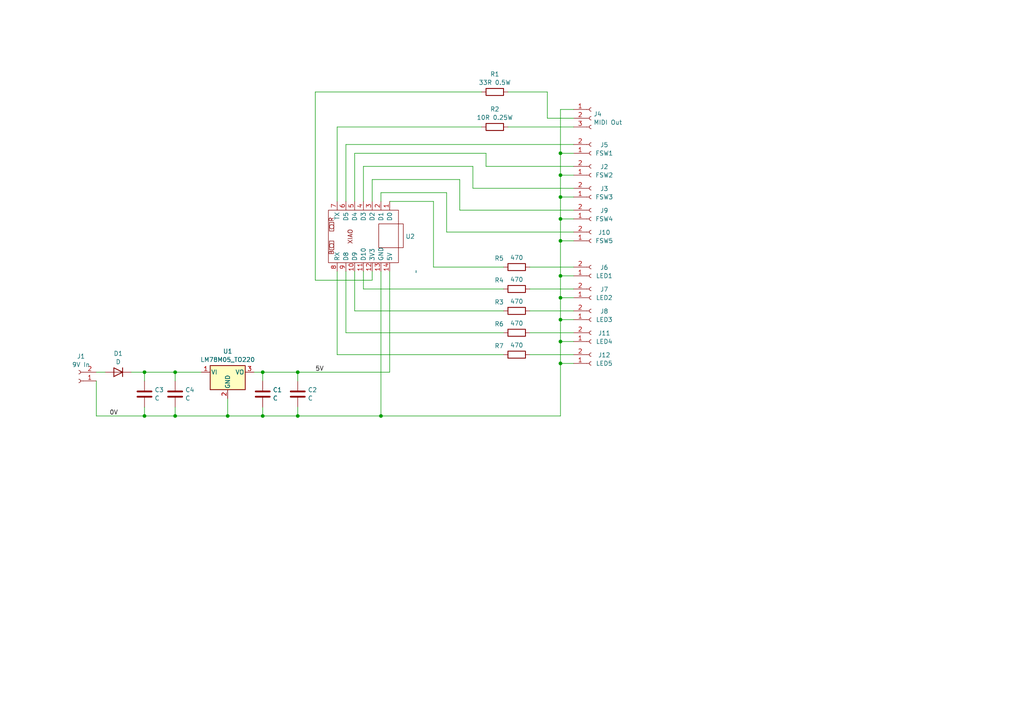
<source format=kicad_sch>
(kicad_sch (version 20231120) (generator "eeschema") (generator_version "8.0")
  (paper "A4")
  (lib_symbols
    (symbol "Connector:Conn_01x02_Socket" (pin_names (offset 1.016) hide)
      (property "Reference" "J" (at 0 2.54 0))
      (property "Value" "Conn_01x02_Socket" (at 0 -5.08 0))
      (symbol "Conn_01x02_Socket_1_1"
        (arc (start 0 -2.032) (mid -0.5058 -2.54) (end 0 -3.048) (stroke (width 0.1524)))
        (polyline (pts (xy -1.27 -2.54) (xy -0.508 -2.54)) (stroke (width 0.1524)))
        (polyline (pts (xy -1.27 0) (xy -0.508 0)) (stroke (width 0.1524)))
        (arc (start 0 0.508) (mid -0.5058 0) (end 0 -0.508) (stroke (width 0.1524)))
        (pin passive line (at -5.08 0 0) (length 3.81) (name "Pin_1") (number "1"))
        (pin passive line (at -5.08 -2.54 0) (length 3.81) (name "Pin_2") (number "2"))
      )
    )
    (symbol "Connector:Conn_01x03_Socket" (pin_names (offset 1.016) hide)
      (property "Reference" "J" (at 0 5.08 0))
      (property "Value" "Conn_01x03_Socket" (at 0 -5.08 0))
      (symbol "Conn_01x03_Socket_1_1"
        (arc (start 0 -2.032) (mid -0.5058 -2.54) (end 0 -3.048) (stroke (width 0.1524)))
        (polyline (pts (xy -1.27 -2.54) (xy -0.508 -2.54)) (stroke (width 0.1524)))
        (polyline (pts (xy -1.27 0) (xy -0.508 0)) (stroke (width 0.1524)))
        (polyline (pts (xy -1.27 2.54) (xy -0.508 2.54)) (stroke (width 0.1524)))
        (arc (start 0 0.508) (mid -0.5058 0) (end 0 -0.508) (stroke (width 0.1524)))
        (arc (start 0 3.048) (mid -0.5058 2.54) (end 0 2.032) (stroke (width 0.1524)))
        (pin passive line (at -5.08 2.54 0) (length 3.81) (name "Pin_1") (number "1"))
        (pin passive line (at -5.08 0 0) (length 3.81) (name "Pin_2") (number "2"))
        (pin passive line (at -5.08 -2.54 0) (length 3.81) (name "Pin_3") (number "3"))
      )
    )
    (symbol "Device:C" (pin_numbers hide) (pin_names (offset 0.254))
      (property "Reference" "C" (at 0.635 2.54 0))
      (property "Value" "C" (at 0.635 -2.54 0))
      (symbol "C_0_1"
        (polyline (pts (xy -2.032 -0.762) (xy 2.032 -0.762)) (stroke (width 0.508)))
        (polyline (pts (xy -2.032 0.762) (xy 2.032 0.762)) (stroke (width 0.508)))
      )
      (symbol "C_1_1"
        (pin passive line (at 0 3.81 270) (length 2.794) (name "~") (number "1"))
        (pin passive line (at 0 -3.81 90) (length 2.794) (name "~") (number "2"))
      )
    )
    (symbol "Device:D" (pin_numbers hide) (pin_names (offset 1.016) hide)
      (property "Reference" "D" (at 0 2.54 0))
      (property "Value" "D" (at 0 -2.54 0))
      (symbol "D_0_1"
        (polyline (pts (xy -1.27 1.27) (xy -1.27 -1.27)) (stroke (width 0.254)))
        (polyline (pts (xy 1.27 0) (xy -1.27 0)))
        (polyline (pts (xy 1.27 1.27) (xy 1.27 -1.27) (xy -1.27 0) (xy 1.27 1.27)) (stroke (width 0.254)))
      )
      (symbol "D_1_1"
        (pin passive line (at -3.81 0 0) (length 2.54) (name "K") (number "1"))
        (pin passive line (at 3.81 0 180) (length 2.54) (name "A") (number "2"))
      )
    )
    (symbol "Device:R" (pin_numbers hide) (pin_names (offset 0))
      (property "Reference" "R" (at 2.032 0 90))
      (property "Value" "R" (at 0 0 90))
      (symbol "R_0_1"
        (rectangle (start -1.016 -2.54) (end 1.016 2.54) (stroke (width 0.254)))
      )
      (symbol "R_1_1"
        (pin passive line (at 0 3.81 270) (length 1.27) (name "~") (number "1"))
        (pin passive line (at 0 -3.81 90) (length 1.27) (name "~") (number "2"))
      )
    )
    (symbol "Library:XIAO"
      (property "Reference" "U" (at -1.27 1.27 0))
      (symbol "XIAO_0_1"
        (circle (center -2.8119 -9.2071) (radius 0.6218))
        (polyline (pts (xy -7.62 10.16) (xy -7.62 -10.16) (xy 7.62 -10.16) (xy 7.62 10.16) (xy -7.62 10.16)))
        (circle (center 2.674 -9.2306) (radius 0.6218))
      )
      (symbol "XIAO_1_1"
        (rectangle (start -4.1108 -8.5883) (end -1.5708 -9.8583))
        (rectangle (start -3.6502 11.5562) (end 3.2648 4.4399))
        (rectangle (start 1.3323 -8.5838) (end 3.8723 -9.8538))
        (text "B" (at 4.6464 -9.2837 0) (effects (font (size 1.27 1.27))))
        (text "R" (at -4.9511 -9.2782 0) (effects (font (size 1.27 1.27))))
        (text "XIAO" (at 0 -3.81 0) (effects (font (size 1.27 1.27))))
        (pin bidirectional line (at -10.16 7.62 0) (length 2.54) (name "D0") (number "1"))
        (pin bidirectional line (at 10.16 -2.54 180) (length 2.54) (name "D9") (number "10"))
        (pin bidirectional line (at 10.16 0 180) (length 2.54) (name "D10") (number "11"))
        (pin power_out line (at 10.16 2.54 180) (length 2.54) (name "3V3") (number "12"))
        (pin unspecified line (at 10.16 5.08 180) (length 2.54) (name "GND") (number "13"))
        (pin input line (at 10.16 7.62 180) (length 2.54) (name "5V") (number "14"))
        (pin bidirectional line (at -10.16 5.08 0) (length 2.54) (name "D1") (number "2"))
        (pin bidirectional line (at -10.16 2.54 0) (length 2.54) (name "D2") (number "3"))
        (pin bidirectional line (at -10.16 0 0) (length 2.54) (name "D3") (number "4"))
        (pin bidirectional line (at -10.16 -2.54 0) (length 2.54) (name "D4") (number "5"))
        (pin bidirectional line (at -10.16 -5.08 0) (length 2.54) (name "D5") (number "6"))
        (pin output line (at -10.16 -7.62 0) (length 2.54) (name "TX") (number "7"))
        (pin input line (at 10.16 -7.62 180) (length 2.54) (name "RX") (number "8"))
        (pin bidirectional line (at 10.16 -5.08 180) (length 2.54) (name "D8") (number "9"))
      )
    )
    (symbol "Regulator_Linear:LM78M05_TO220" (pin_names (offset 0.254))
      (property "Reference" "U" (at -3.81 3.175 0))
      (property "Value" "LM78M05_TO220" (at 0 3.175 0))
      (symbol "LM78M05_TO220_0_1"
        (rectangle (start -5.08 1.905) (end 5.08 -5.08) (stroke (width 0.254)) (fill (type background)))
      )
      (symbol "LM78M05_TO220_1_1"
        (pin power_in line (at -7.62 0 0) (length 2.54) (name "VI") (number "1"))
        (pin power_in line (at 0 -7.62 90) (length 2.54) (name "GND") (number "2"))
        (pin power_out line (at 7.62 0 180) (length 2.54) (name "VO") (number "3"))
      )
    )
  )
  (junction (at 162.56 57.15))
  (junction (at 86.36 120.65))
  (junction (at 50.8 107.95))
  (junction (at 162.56 80.01))
  (junction (at 66.04 120.65))
  (junction (at 162.56 44.45))
  (junction (at 76.2 107.95))
  (junction (at 162.56 69.85))
  (junction (at 162.56 92.71))
  (junction (at 76.2 120.65))
  (junction (at 50.8 120.65))
  (junction (at 41.91 107.95))
  (junction (at 162.56 86.36))
  (junction (at 110.49 120.65))
  (junction (at 162.56 105.41))
  (junction (at 162.56 63.5))
  (junction (at 162.56 50.8))
  (junction (at 41.91 120.65))
  (junction (at 86.36 107.95))
  (junction (at 162.56 99.06))
  (wire (pts (xy 166.37 60.96) (xy 133.35 60.96)))
  (wire (pts (xy 110.49 55.88) (xy 129.54 55.88)))
  (wire (pts (xy 140.97 44.45) (xy 102.87 44.45)))
  (wire (pts (xy 27.94 110.49) (xy 27.94 120.65)))
  (wire (pts (xy 146.05 96.52) (xy 100.33 96.52)))
  (wire (pts (xy 162.56 50.8) (xy 166.37 50.8)))
  (wire (pts (xy 105.41 48.26) (xy 137.16 48.26)))
  (wire (pts (xy 66.04 115.57) (xy 66.04 120.65)))
  (wire (pts (xy 41.91 107.95) (xy 41.91 110.49)))
  (wire (pts (xy 162.56 80.01) (xy 166.37 80.01)))
  (wire (pts (xy 153.67 102.87) (xy 166.37 102.87)))
  (wire (pts (xy 66.04 120.65) (xy 76.2 120.65)))
  (wire (pts (xy 97.79 36.83) (xy 139.7 36.83)))
  (wire (pts (xy 137.16 54.61) (xy 166.37 54.61)))
  (wire (pts (xy 76.2 107.95) (xy 86.36 107.95)))
  (wire (pts (xy 166.37 48.26) (xy 140.97 48.26)))
  (wire (pts (xy 162.56 99.06) (xy 162.56 105.41)))
  (wire (pts (xy 76.2 118.11) (xy 76.2 120.65)))
  (wire (pts (xy 41.91 120.65) (xy 50.8 120.65)))
  (wire (pts (xy 158.75 26.67) (xy 158.75 34.29)))
  (wire (pts (xy 162.56 31.75) (xy 162.56 44.45)))
  (wire (pts (xy 76.2 120.65) (xy 86.36 120.65)))
  (wire (pts (xy 139.7 26.67) (xy 91.44 26.67)))
  (wire (pts (xy 162.56 63.5) (xy 162.56 69.85)))
  (wire (pts (xy 86.36 120.65) (xy 110.49 120.65)))
  (wire (pts (xy 50.8 107.95) (xy 58.42 107.95)))
  (wire (pts (xy 162.56 105.41) (xy 166.37 105.41)))
  (wire (pts (xy 50.8 118.11) (xy 50.8 120.65)))
  (wire (pts (xy 153.67 96.52) (xy 166.37 96.52)))
  (wire (pts (xy 86.36 118.11) (xy 86.36 120.65)))
  (wire (pts (xy 110.49 120.65) (xy 162.56 120.65)))
  (wire (pts (xy 140.97 48.26) (xy 140.97 44.45)))
  (wire (pts (xy 162.56 86.36) (xy 166.37 86.36)))
  (wire (pts (xy 162.56 105.41) (xy 162.56 120.65)))
  (wire (pts (xy 162.56 50.8) (xy 162.56 57.15)))
  (wire (pts (xy 147.32 36.83) (xy 166.37 36.83)))
  (wire (pts (xy 97.79 102.87) (xy 97.79 78.74)))
  (wire (pts (xy 76.2 107.95) (xy 76.2 110.49)))
  (wire (pts (xy 153.67 90.17) (xy 166.37 90.17)))
  (wire (pts (xy 107.95 52.07) (xy 107.95 58.42)))
  (wire (pts (xy 107.95 81.28) (xy 107.95 78.74)))
  (wire (pts (xy 41.91 118.11) (xy 41.91 120.65)))
  (wire (pts (xy 162.56 92.71) (xy 166.37 92.71)))
  (wire (pts (xy 41.91 107.95) (xy 50.8 107.95)))
  (wire (pts (xy 133.35 52.07) (xy 107.95 52.07)))
  (wire (pts (xy 86.36 107.95) (xy 113.03 107.95)))
  (wire (pts (xy 100.33 58.42) (xy 100.33 41.91)))
  (wire (pts (xy 38.1 107.95) (xy 41.91 107.95)))
  (wire (pts (xy 162.56 99.06) (xy 166.37 99.06)))
  (wire (pts (xy 162.56 80.01) (xy 162.56 86.36)))
  (wire (pts (xy 166.37 31.75) (xy 162.56 31.75)))
  (wire (pts (xy 125.73 58.42) (xy 113.03 58.42)))
  (wire (pts (xy 162.56 44.45) (xy 166.37 44.45)))
  (wire (pts (xy 146.05 90.17) (xy 102.87 90.17)))
  (wire (pts (xy 102.87 44.45) (xy 102.87 58.42)))
  (wire (pts (xy 162.56 57.15) (xy 162.56 63.5)))
  (wire (pts (xy 162.56 69.85) (xy 162.56 80.01)))
  (wire (pts (xy 86.36 107.95) (xy 86.36 110.49)))
  (wire (pts (xy 73.66 107.95) (xy 76.2 107.95)))
  (wire (pts (xy 113.03 78.74) (xy 113.03 107.95)))
  (wire (pts (xy 50.8 107.95) (xy 50.8 110.49)))
  (wire (pts (xy 162.56 57.15) (xy 166.37 57.15)))
  (wire (pts (xy 162.56 63.5) (xy 166.37 63.5)))
  (wire (pts (xy 27.94 107.95) (xy 30.48 107.95)))
  (wire (pts (xy 153.67 83.82) (xy 166.37 83.82)))
  (wire (pts (xy 146.05 77.47) (xy 125.73 77.47)))
  (wire (pts (xy 105.41 83.82) (xy 105.41 78.74)))
  (wire (pts (xy 129.54 55.88) (xy 129.54 67.31)))
  (wire (pts (xy 102.87 90.17) (xy 102.87 78.74)))
  (wire (pts (xy 91.44 81.28) (xy 107.95 81.28)))
  (wire (pts (xy 129.54 67.31) (xy 166.37 67.31)))
  (wire (pts (xy 97.79 36.83) (xy 97.79 58.42)))
  (wire (pts (xy 162.56 86.36) (xy 162.56 92.71)))
  (wire (pts (xy 147.32 26.67) (xy 158.75 26.67)))
  (wire (pts (xy 162.56 69.85) (xy 166.37 69.85)))
  (wire (pts (xy 146.05 83.82) (xy 105.41 83.82)))
  (wire (pts (xy 100.33 96.52) (xy 100.33 78.74)))
  (wire (pts (xy 97.79 102.87) (xy 146.05 102.87)))
  (wire (pts (xy 158.75 34.29) (xy 166.37 34.29)))
  (wire (pts (xy 110.49 58.42) (xy 110.49 55.88)))
  (wire (pts (xy 105.41 58.42) (xy 105.41 48.26)))
  (wire (pts (xy 162.56 92.71) (xy 162.56 99.06)))
  (wire (pts (xy 162.56 44.45) (xy 162.56 50.8)))
  (wire (pts (xy 133.35 60.96) (xy 133.35 52.07)))
  (wire (pts (xy 110.49 78.74) (xy 110.49 120.65)))
  (wire (pts (xy 137.16 48.26) (xy 137.16 54.61)))
  (wire (pts (xy 91.44 26.67) (xy 91.44 81.28)))
  (wire (pts (xy 125.73 77.47) (xy 125.73 58.42)))
  (wire (pts (xy 100.33 41.91) (xy 166.37 41.91)))
  (wire (pts (xy 153.67 77.47) (xy 166.37 77.47)))
  (wire (pts (xy 50.8 120.65) (xy 66.04 120.65)))
  (wire (pts (xy 27.94 120.65) (xy 41.91 120.65)))
  (label "5V" (at 91.44 107.95 0))
  (label "0V" (at 31.75 120.65 0))
  (symbol (lib_id "Device:R") (at 149.86 102.87 270) (unit 1)
    (property "Reference" "R7" (at 144.78 100.33 90))
    (property "Value" "470" (at 149.86 100.1339 90))
    (property "Footprint" "Resistor_THT:R_Axial_DIN0207_L6.3mm_D2.5mm_P10.16mm_Horizontal" (effects (hide yes)))
  )
  (symbol (lib_id "Device:D") (at 34.29 107.95 180) (unit 1)
    (property "Reference" "D1" (at 34.29 102.5357 0))
    (property "Value" "D" (at 34.29 104.9599 0))
    (property "Footprint" "Diode_THT:D_A-405_P10.16mm_Horizontal" (effects (hide yes)))
    (property "Sim.Device" "D" (effects (hide yes)))
    (property "Sim.Pins" "1=K 2=A" (effects (hide yes)))
  )
  (symbol (lib_id "Connector:Conn_01x02_Socket") (at 171.45 105.41 0) (mirror x) (unit 1)
    (property "Reference" "J12" (at 175.26 102.9858 0))
    (property "Value" "LED5" (at 175.26 105.41 0))
    (property "Footprint" "Connector_PinHeader_2.54mm:PinHeader_1x02_P2.54mm_Vertical" (effects (hide yes)))
  )
  (symbol (lib_id "Connector:Conn_01x02_Socket") (at 171.45 44.45 0) (mirror x) (unit 1)
    (property "Reference" "J5" (at 175.26 42.0258 0))
    (property "Value" "FSW1" (at 175.26 44.45 0))
    (property "Footprint" "Connector_PinHeader_2.54mm:PinHeader_1x02_P2.54mm_Vertical" (effects (hide yes)))
  )
  (symbol (lib_id "Device:C") (at 50.8 114.3 0) (unit 1)
    (property "Reference" "C4" (at 53.721 113.0879 0) (effects (justify left)))
    (property "Value" "C" (at 53.721 115.5121 0) (effects (justify left)))
    (property "Footprint" "Capacitor_THT:C_Disc_D4.3mm_W1.9mm_P5.00mm" (effects (hide yes)))
  )
  (symbol (lib_id "Device:R") (at 149.86 77.47 270) (unit 1)
    (property "Reference" "R5" (at 144.78 74.93 90))
    (property "Value" "470" (at 149.86 74.7339 90))
    (property "Footprint" "Resistor_THT:R_Axial_DIN0207_L6.3mm_D2.5mm_P10.16mm_Horizontal" (effects (hide yes)))
  )
  (symbol (lib_id "Connector:Conn_01x02_Socket") (at 171.45 63.5 0) (mirror x) (unit 1)
    (property "Reference" "J9" (at 175.26 61.0758 0))
    (property "Value" "FSW4" (at 175.26 63.5 0))
    (property "Footprint" "Connector_PinHeader_2.54mm:PinHeader_1x02_P2.54mm_Vertical" (effects (hide yes)))
  )
  (symbol (lib_id "Connector:Conn_01x02_Socket") (at 171.45 99.06 0) (mirror x) (unit 1)
    (property "Reference" "J11" (at 175.26 96.6358 0))
    (property "Value" "LED4" (at 175.26 99.06 0))
    (property "Footprint" "Connector_PinHeader_2.54mm:PinHeader_1x02_P2.54mm_Vertical" (effects (hide yes)))
  )
  (symbol (lib_id "Device:C") (at 41.91 114.3 0) (unit 1)
    (property "Reference" "C3" (at 44.831 113.0879 0) (effects (justify left)))
    (property "Value" "C" (at 44.831 115.5121 0) (effects (justify left)))
    (property "Footprint" "Capacitor_THT:CP_Radial_D4.0mm_P1.50mm" (effects (hide yes)))
  )
  (symbol (lib_id "Device:R") (at 143.51 26.67 90) (unit 1)
    (property "Reference" "R1" (at 143.51 21.5097 90))
    (property "Value" "33R 0.5W" (at 143.51 23.9339 90))
    (property "Footprint" "Resistor_THT:R_Axial_DIN0207_L6.3mm_D2.5mm_P10.16mm_Horizontal" (effects (hide yes)))
  )
  (symbol (lib_id "Device:C") (at 76.2 114.3 0) (unit 1)
    (property "Reference" "C1" (at 79.121 113.0879 0) (effects (justify left)))
    (property "Value" "C" (at 79.121 115.5121 0) (effects (justify left)))
    (property "Footprint" "Capacitor_THT:CP_Radial_D4.0mm_P1.50mm" (effects (hide yes)))
  )
  (symbol (lib_id "Device:C") (at 86.36 114.3 0) (unit 1)
    (property "Reference" "C2" (at 89.281 113.0879 0) (effects (justify left)))
    (property "Value" "C" (at 89.281 115.5121 0) (effects (justify left)))
    (property "Footprint" "Capacitor_THT:C_Disc_D4.3mm_W1.9mm_P5.00mm" (effects (hide yes)))
  )
  (symbol (lib_id "Device:R") (at 143.51 36.83 90) (unit 1)
    (property "Reference" "R2" (at 143.51 31.6697 90))
    (property "Value" "10R 0.25W" (at 143.51 34.0939 90))
    (property "Footprint" "Resistor_THT:R_Axial_DIN0207_L6.3mm_D2.5mm_P10.16mm_Horizontal" (effects (hide yes)))
  )
  (symbol (lib_id "Connector:Conn_01x02_Socket") (at 171.45 92.71 0) (mirror x) (unit 1)
    (property "Reference" "J8" (at 175.26 90.2858 0))
    (property "Value" "LED3" (at 175.26 92.71 0))
    (property "Footprint" "Connector_PinHeader_2.54mm:PinHeader_1x02_P2.54mm_Vertical" (effects (hide yes)))
  )
  (symbol (lib_id "Connector:Conn_01x02_Socket") (at 171.45 50.8 0) (mirror x) (unit 1)
    (property "Reference" "J2" (at 175.26 48.3758 0))
    (property "Value" "FSW2" (at 175.26 50.8 0))
    (property "Footprint" "Connector_PinHeader_2.54mm:PinHeader_1x02_P2.54mm_Vertical" (effects (hide yes)))
  )
  (symbol (lib_id "Library:XIAO") (at 105.41 68.58 270) (unit 1)
    (property "Reference" "U2" (at 117.6011 68.58 90) (effects (justify left)))
    (property "Value" "~" (at 120.65 78.74 0))
    (property "Footprint" "Library:XIAO" (effects (hide yes)))
  )
  (symbol (lib_id "Device:R") (at 149.86 83.82 270) (unit 1)
    (property "Reference" "R4" (at 144.78 81.28 90))
    (property "Value" "470" (at 149.86 81.0839 90))
    (property "Footprint" "Resistor_THT:R_Axial_DIN0207_L6.3mm_D2.5mm_P10.16mm_Horizontal" (effects (hide yes)))
  )
  (symbol (lib_id "Connector:Conn_01x03_Socket") (at 171.45 34.29 0) (unit 1)
    (property "Reference" "J4" (at 172.1612 33.0779 0) (effects (justify left)))
    (property "Value" "MIDI Out" (at 172.1612 35.5021 0) (effects (justify left)))
    (property "Footprint" "Connector_PinHeader_2.54mm:PinHeader_1x03_P2.54mm_Vertical" (effects (hide yes)))
  )
  (symbol (lib_id "Device:R") (at 149.86 96.52 270) (unit 1)
    (property "Reference" "R6" (at 144.78 93.98 90))
    (property "Value" "470" (at 149.86 93.7839 90))
    (property "Footprint" "Resistor_THT:R_Axial_DIN0207_L6.3mm_D2.5mm_P10.16mm_Horizontal" (effects (hide yes)))
  )
  (symbol (lib_id "Connector:Conn_01x02_Socket") (at 171.45 69.85 0) (mirror x) (unit 1)
    (property "Reference" "J10" (at 175.26 67.4258 0))
    (property "Value" "FSW5" (at 175.26 69.85 0))
    (property "Footprint" "Connector_PinHeader_2.54mm:PinHeader_1x02_P2.54mm_Vertical" (effects (hide yes)))
  )
  (symbol (lib_id "Device:R") (at 149.86 90.17 270) (unit 1)
    (property "Reference" "R3" (at 144.78 87.63 90))
    (property "Value" "470" (at 149.86 87.4339 90))
    (property "Footprint" "Resistor_THT:R_Axial_DIN0207_L6.3mm_D2.5mm_P10.16mm_Horizontal" (effects (hide yes)))
  )
  (symbol (lib_id "Regulator_Linear:LM78M05_TO220") (at 66.04 107.95 0) (unit 1)
    (property "Reference" "U1" (at 66.04 101.9007 0))
    (property "Value" "LM78M05_TO220" (at 66.04 104.3249 0))
    (property "Footprint" "Package_TO_SOT_THT:TO-220-3_Vertical" (effects (hide yes)))
    (property "Datasheet" "https://www.onsemi.com/pub/Collateral/MC78M00-D.PDF" (effects (hide yes)))
  )
  (symbol (lib_id "Connector:Conn_01x02_Socket") (at 22.86 110.49 180) (unit 1)
    (property "Reference" "J1" (at 23.495 103.3485 0))
    (property "Value" "9V In" (at 23.495 105.7727 0))
    (property "Footprint" "Connector_PinHeader_2.54mm:PinHeader_1x02_P2.54mm_Vertical" (effects (hide yes)))
  )
  (symbol (lib_id "Connector:Conn_01x02_Socket") (at 171.45 80.01 0) (mirror x) (unit 1)
    (property "Reference" "J6" (at 175.26 77.5858 0))
    (property "Value" "LED1" (at 175.26 80.01 0))
    (property "Footprint" "Connector_PinHeader_2.54mm:PinHeader_1x02_P2.54mm_Vertical" (effects (hide yes)))
  )
  (symbol (lib_id "Connector:Conn_01x02_Socket") (at 171.45 57.15 0) (mirror x) (unit 1)
    (property "Reference" "J3" (at 175.26 54.7258 0))
    (property "Value" "FSW3" (at 175.26 57.15 0))
    (property "Footprint" "Connector_PinHeader_2.54mm:PinHeader_1x02_P2.54mm_Vertical" (effects (hide yes)))
  )
  (symbol (lib_id "Connector:Conn_01x02_Socket") (at 171.45 86.36 0) (mirror x) (unit 1)
    (property "Reference" "J7" (at 175.26 83.9358 0))
    (property "Value" "LED2" (at 175.26 86.36 0))
    (property "Footprint" "Connector_PinHeader_2.54mm:PinHeader_1x02_P2.54mm_Vertical" (effects (hide yes)))
  )
)
</source>
